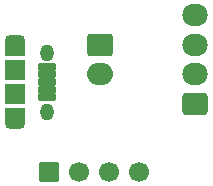
<source format=gbr>
%TF.GenerationSoftware,KiCad,Pcbnew,8.0.2*%
%TF.CreationDate,2024-05-27T00:00:39+02:00*%
%TF.ProjectId,ESP-Logger-HW,4553502d-4c6f-4676-9765-722d48572e6b,rev?*%
%TF.SameCoordinates,Original*%
%TF.FileFunction,Soldermask,Bot*%
%TF.FilePolarity,Negative*%
%FSLAX46Y46*%
G04 Gerber Fmt 4.6, Leading zero omitted, Abs format (unit mm)*
G04 Created by KiCad (PCBNEW 8.0.2) date 2024-05-27 00:00:39*
%MOMM*%
%LPD*%
G01*
G04 APERTURE LIST*
G04 Aperture macros list*
%AMRoundRect*
0 Rectangle with rounded corners*
0 $1 Rounding radius*
0 $2 $3 $4 $5 $6 $7 $8 $9 X,Y pos of 4 corners*
0 Add a 4 corners polygon primitive as box body*
4,1,4,$2,$3,$4,$5,$6,$7,$8,$9,$2,$3,0*
0 Add four circle primitives for the rounded corners*
1,1,$1+$1,$2,$3*
1,1,$1+$1,$4,$5*
1,1,$1+$1,$6,$7*
1,1,$1+$1,$8,$9*
0 Add four rect primitives between the rounded corners*
20,1,$1+$1,$2,$3,$4,$5,0*
20,1,$1+$1,$4,$5,$6,$7,0*
20,1,$1+$1,$6,$7,$8,$9,0*
20,1,$1+$1,$8,$9,$2,$3,0*%
G04 Aperture macros list end*
%ADD10RoundRect,0.100000X0.750000X-0.750000X0.750000X0.750000X-0.750000X0.750000X-0.750000X-0.750000X0*%
%ADD11C,1.700000*%
%ADD12RoundRect,0.279412X0.795588X-0.670588X0.795588X0.670588X-0.795588X0.670588X-0.795588X-0.670588X0*%
%ADD13O,2.150000X1.900000*%
%ADD14RoundRect,0.279412X-0.820588X0.670588X-0.820588X-0.670588X0.820588X-0.670588X0.820588X0.670588X0*%
%ADD15O,2.200000X1.900000*%
%ADD16RoundRect,0.100000X0.675000X-0.200000X0.675000X0.200000X-0.675000X0.200000X-0.675000X-0.200000X0*%
%ADD17O,1.750000X1.090000*%
%ADD18RoundRect,0.100000X0.775000X-0.600000X0.775000X0.600000X-0.775000X0.600000X-0.775000X-0.600000X0*%
%ADD19O,1.150000X1.450000*%
%ADD20RoundRect,0.100000X0.775000X-0.750000X0.775000X0.750000X-0.775000X0.750000X-0.775000X-0.750000X0*%
G04 APERTURE END LIST*
D10*
%TO.C,DHT1*%
X24130000Y-45720000D03*
D11*
X26670000Y-45720000D03*
X29210000Y-45720000D03*
X31750000Y-45720000D03*
%TD*%
D12*
%TO.C,J1*%
X36500000Y-40000000D03*
D13*
X36500000Y-37500000D03*
X36500000Y-35000000D03*
X36500000Y-32500000D03*
%TD*%
D14*
%TO.C,J2*%
X28475000Y-35000000D03*
D15*
X28475000Y-37500000D03*
%TD*%
D16*
%TO.C,J3*%
X24000000Y-39450000D03*
X24000000Y-38800000D03*
X24000000Y-38150000D03*
X24000000Y-37500000D03*
X24000000Y-36850000D03*
D17*
X21300000Y-41650000D03*
D18*
X21300000Y-41050000D03*
D19*
X24000000Y-40650000D03*
D20*
X21300000Y-39150000D03*
X21300000Y-37150000D03*
D19*
X24000000Y-35650000D03*
D18*
X21300000Y-35250000D03*
D17*
X21300000Y-34650000D03*
%TD*%
M02*

</source>
